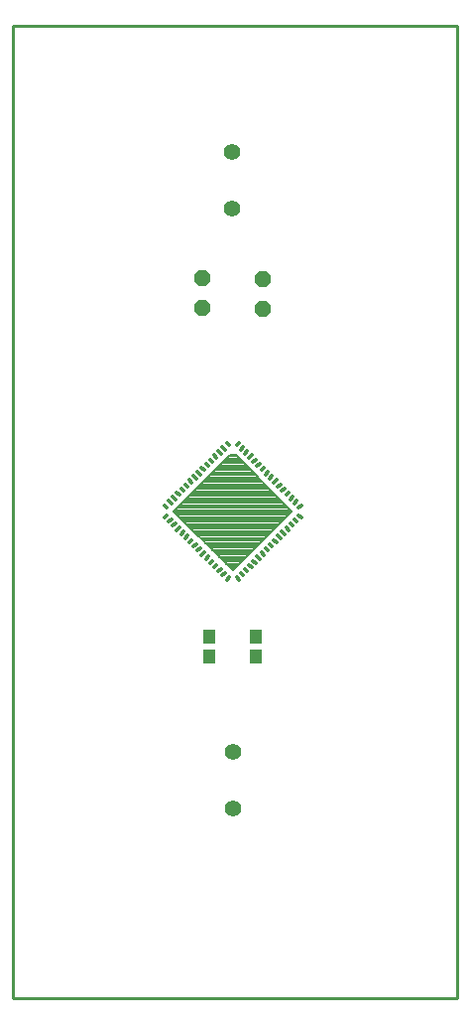
<source format=gts>
G75*
G70*
%OFA0B0*%
%FSLAX24Y24*%
%IPPOS*%
%LPD*%
%AMOC8*
5,1,8,0,0,1.08239X$1,22.5*
%
%ADD10C,0.0098*%
%ADD11C,0.0138*%
%ADD12C,0.0080*%
%ADD13C,0.0560*%
%ADD14R,0.0434X0.0473*%
%ADD15OC8,0.0560*%
D10*
X000156Y000156D02*
X000156Y032783D01*
X015081Y032783D01*
X015083Y032781D01*
X015083Y000156D01*
X000156Y000156D01*
D11*
X006931Y014617D02*
X007013Y014699D01*
X007153Y014560D02*
X007071Y014478D01*
X007210Y014339D02*
X007292Y014421D01*
X007431Y014281D02*
X007349Y014199D01*
X007683Y014281D02*
X007765Y014199D01*
X007904Y014339D02*
X007822Y014421D01*
X007962Y014560D02*
X008044Y014478D01*
X008183Y014617D02*
X008101Y014699D01*
X008240Y014838D02*
X008322Y014756D01*
X008461Y014895D02*
X008379Y014977D01*
X008518Y015117D02*
X008600Y015035D01*
X008740Y015174D02*
X008658Y015256D01*
X008797Y015395D02*
X008879Y015313D01*
X009018Y015452D02*
X008936Y015534D01*
X009075Y015673D02*
X009157Y015591D01*
X009296Y015731D02*
X009214Y015813D01*
X009353Y015952D02*
X009435Y015870D01*
X009575Y016009D02*
X009493Y016091D01*
X009632Y016230D02*
X009714Y016148D01*
X009853Y016287D02*
X009771Y016369D01*
X009771Y016621D02*
X009853Y016703D01*
X009714Y016843D02*
X009632Y016761D01*
X009493Y016900D02*
X009575Y016982D01*
X009435Y017121D02*
X009353Y017039D01*
X009214Y017178D02*
X009296Y017260D01*
X009157Y017399D02*
X009075Y017317D01*
X008936Y017457D02*
X009018Y017539D01*
X008879Y017678D02*
X008797Y017596D01*
X008658Y017735D02*
X008740Y017817D01*
X008600Y017956D02*
X008518Y017874D01*
X008379Y018013D02*
X008461Y018095D01*
X008322Y018235D02*
X008240Y018153D01*
X008101Y018292D02*
X008183Y018374D01*
X008044Y018513D02*
X007962Y018431D01*
X007822Y018570D02*
X007904Y018652D01*
X007765Y018791D02*
X007683Y018709D01*
X007431Y018709D02*
X007349Y018791D01*
X007210Y018652D02*
X007292Y018570D01*
X007153Y018431D02*
X007071Y018513D01*
X006931Y018374D02*
X007013Y018292D01*
X006874Y018153D02*
X006792Y018235D01*
X006653Y018095D02*
X006735Y018013D01*
X006596Y017874D02*
X006514Y017956D01*
X006375Y017817D02*
X006457Y017735D01*
X006318Y017596D02*
X006236Y017678D01*
X006096Y017539D02*
X006178Y017457D01*
X006039Y017317D02*
X005957Y017399D01*
X005818Y017260D02*
X005900Y017178D01*
X005761Y017039D02*
X005679Y017121D01*
X005540Y016982D02*
X005622Y016900D01*
X005482Y016761D02*
X005400Y016843D01*
X005261Y016703D02*
X005343Y016621D01*
X005343Y016369D02*
X005261Y016287D01*
X005400Y016148D02*
X005482Y016230D01*
X005622Y016091D02*
X005540Y016009D01*
X005679Y015870D02*
X005761Y015952D01*
X005900Y015813D02*
X005818Y015731D01*
X005957Y015591D02*
X006039Y015673D01*
X006178Y015534D02*
X006096Y015452D01*
X006236Y015313D02*
X006318Y015395D01*
X006457Y015256D02*
X006375Y015174D01*
X006514Y015035D02*
X006596Y015117D01*
X006735Y014977D02*
X006653Y014895D01*
X006792Y014756D02*
X006874Y014838D01*
D12*
X007032Y015044D02*
X008082Y015044D01*
X008004Y014966D02*
X007110Y014966D01*
X007189Y014887D02*
X007925Y014887D01*
X007847Y014809D02*
X007267Y014809D01*
X007346Y014730D02*
X007768Y014730D01*
X007690Y014651D02*
X007425Y014651D01*
X007503Y014573D02*
X007611Y014573D01*
X007557Y014519D02*
X005581Y016495D01*
X007460Y018375D01*
X007655Y018375D01*
X009534Y016495D01*
X007557Y014519D01*
X006953Y015123D02*
X008161Y015123D01*
X008240Y015201D02*
X006875Y015201D01*
X006796Y015280D02*
X008318Y015280D01*
X008397Y015358D02*
X006718Y015358D01*
X006639Y015437D02*
X008475Y015437D01*
X008554Y015515D02*
X006561Y015515D01*
X006482Y015594D02*
X008632Y015594D01*
X008711Y015673D02*
X006403Y015673D01*
X006325Y015751D02*
X008789Y015751D01*
X008868Y015830D02*
X006246Y015830D01*
X006168Y015908D02*
X008946Y015908D01*
X009025Y015987D02*
X006089Y015987D01*
X006011Y016065D02*
X009104Y016065D01*
X009182Y016144D02*
X005932Y016144D01*
X005854Y016222D02*
X009261Y016222D01*
X009339Y016301D02*
X005775Y016301D01*
X005697Y016379D02*
X009418Y016379D01*
X009496Y016458D02*
X005618Y016458D01*
X005622Y016536D02*
X009493Y016536D01*
X009414Y016615D02*
X005700Y016615D01*
X005779Y016694D02*
X009335Y016694D01*
X009257Y016772D02*
X005857Y016772D01*
X005936Y016851D02*
X009178Y016851D01*
X009100Y016929D02*
X006014Y016929D01*
X006093Y017008D02*
X009021Y017008D01*
X008943Y017086D02*
X006171Y017086D01*
X006250Y017165D02*
X008864Y017165D01*
X008786Y017243D02*
X006329Y017243D01*
X006407Y017322D02*
X008707Y017322D01*
X008629Y017400D02*
X006486Y017400D01*
X006564Y017479D02*
X008550Y017479D01*
X008471Y017558D02*
X006643Y017558D01*
X006721Y017636D02*
X008393Y017636D01*
X008314Y017715D02*
X006800Y017715D01*
X006878Y017793D02*
X008236Y017793D01*
X008157Y017872D02*
X006957Y017872D01*
X007035Y017950D02*
X008079Y017950D01*
X008000Y018029D02*
X007114Y018029D01*
X007192Y018107D02*
X007922Y018107D01*
X007843Y018186D02*
X007271Y018186D01*
X007350Y018264D02*
X007765Y018264D01*
X007686Y018343D02*
X007428Y018343D01*
D13*
X007521Y026657D03*
X007521Y028557D03*
X007574Y008413D03*
X007574Y006513D03*
D14*
X008316Y011615D03*
X008316Y012284D03*
X006767Y012280D03*
X006767Y011610D03*
D15*
X006533Y023312D03*
X006533Y024312D03*
X008548Y024305D03*
X008548Y023305D03*
M02*

</source>
